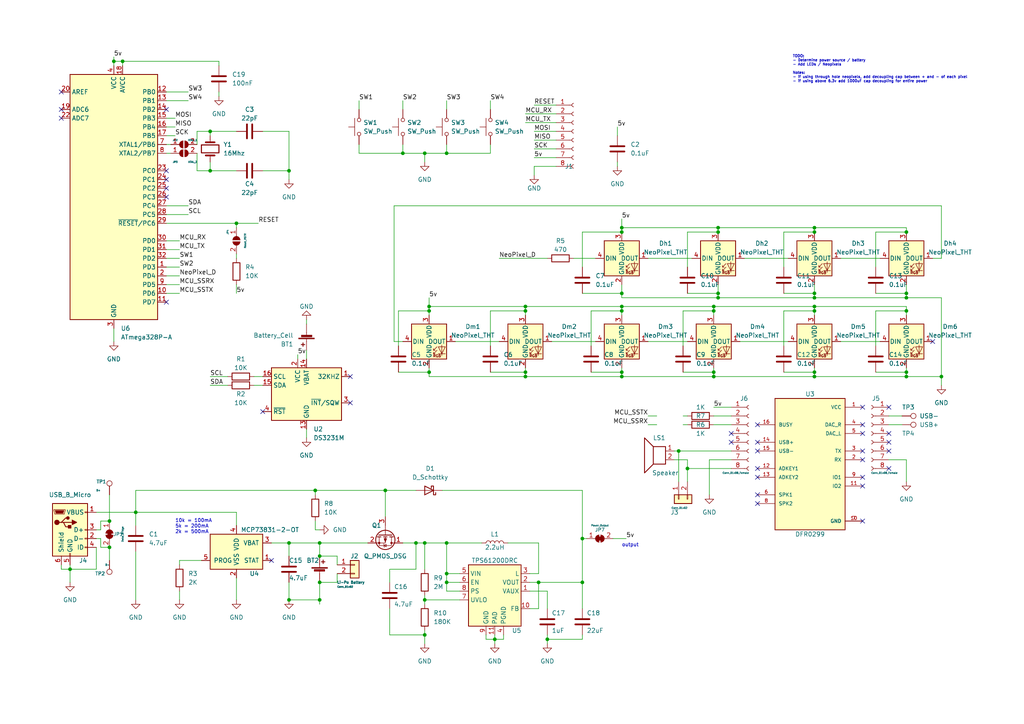
<source format=kicad_sch>
(kicad_sch (version 20211123) (generator eeschema)
  (paper "A4")
  (title_block (title "JoeyFrank - Pimple Clock Circuit") (date "2022-12-23") (rev "3") (company "DCR"))
  (junction (at 33.02 17.78))
  (junction (at 123.19 184.15))
  (junction (at 273.05 109.22))
  (junction (at 152.4 90.17))
  (junction (at 152.4 109.22))
  (junction (at 196.85 130.81))
  (junction (at 199.39 135.89))
  (junction (at 129.54 157.48))
  (junction (at 124.46 88.9))
  (junction (at 124.46 107.95))
  (junction (at 83.82 157.48))
  (junction (at 92.71 173.99))
  (junction (at 20.32 165.1))
  (junction (at 236.22 67.31))
  (junction (at 236.22 107.95))
  (junction (at 208.28 85.09))
  (junction (at 31.75 158.75))
  (junction (at 180.34 66.04))
  (junction (at 207.01 90.17))
  (junction (at 129.54 44.45))
  (junction (at 123.19 157.48))
  (junction (at 180.34 67.31))
  (junction (at 236.22 88.9))
  (junction (at 180.34 109.22))
  (junction (at 83.82 173.99))
  (junction (at 129.54 168.91))
  (junction (at 116.84 44.45))
  (junction (at 92.71 157.48))
  (junction (at 120.65 157.48))
  (junction (at 208.28 66.04))
  (junction (at 68.58 64.77))
  (junction (at 123.19 173.99))
  (junction (at 208.28 67.31))
  (junction (at 143.51 185.42))
  (junction (at 262.89 86.36))
  (junction (at 31.75 151.13))
  (junction (at 83.82 49.53))
  (junction (at 207.01 109.22))
  (junction (at 262.89 109.22))
  (junction (at 92.71 168.91))
  (junction (at 180.34 90.17))
  (junction (at 168.91 156.21))
  (junction (at 207.01 88.9))
  (junction (at 152.4 88.9))
  (junction (at 92.71 161.29))
  (junction (at 129.54 166.37))
  (junction (at 111.76 142.24))
  (junction (at 262.89 67.31))
  (junction (at 262.89 90.17))
  (junction (at 180.34 88.9))
  (junction (at 91.44 142.24))
  (junction (at 39.37 148.59))
  (junction (at 156.21 168.91))
  (junction (at 60.96 49.53))
  (junction (at 158.75 185.42))
  (junction (at 236.22 66.04))
  (junction (at 168.91 168.91))
  (junction (at 236.22 86.36))
  (junction (at 207.01 107.95))
  (junction (at 123.19 44.45))
  (junction (at 180.34 107.95))
  (junction (at 35.56 17.78))
  (junction (at 236.22 109.22))
  (junction (at 262.89 85.09))
  (junction (at 236.22 85.09))
  (junction (at 152.4 107.95))
  (junction (at 180.34 85.09))
  (junction (at 60.96 38.1))
  (junction (at 236.22 90.17))
  (junction (at 208.28 86.36))
  (junction (at 124.46 90.17))
  (junction (at 262.89 107.95))
  (no_connect (at 212.09 128.27))
  (no_connect (at 76.2 119.38))
  (no_connect (at 219.71 143.51))
  (no_connect (at 219.71 146.05))
  (no_connect (at 212.09 125.73))
  (no_connect (at 250.19 125.73))
  (no_connect (at 250.19 140.97))
  (no_connect (at 48.26 49.53))
  (no_connect (at 17.78 31.75))
  (no_connect (at 270.51 99.06))
  (no_connect (at 48.26 87.63))
  (no_connect (at 219.71 130.81))
  (no_connect (at 219.71 135.89))
  (no_connect (at 48.26 52.07))
  (no_connect (at 219.71 128.27))
  (no_connect (at 48.26 54.61))
  (no_connect (at 219.71 138.43))
  (no_connect (at 257.81 125.73))
  (no_connect (at 257.81 118.11))
  (no_connect (at 250.19 151.13))
  (no_connect (at 101.6 109.22))
  (no_connect (at 78.74 162.56))
  (no_connect (at 17.78 34.29))
  (no_connect (at 257.81 128.27))
  (no_connect (at 250.19 118.11))
  (no_connect (at 219.71 123.19))
  (no_connect (at 101.6 116.84))
  (no_connect (at 257.81 135.89))
  (no_connect (at 48.26 57.15))
  (no_connect (at 250.19 130.81))
  (no_connect (at 250.19 133.35))
  (no_connect (at 48.26 31.75))
  (no_connect (at 257.81 130.81))
  (no_connect (at 17.78 26.67))
  (no_connect (at 250.19 138.43))
  (no_connect (at 250.19 123.19))
  (wire (pts (xy 187.96 120.65) (xy 190.5 120.65)))
  (wire (pts (xy 147.32 157.48) (xy 156.21 157.48)))
  (wire (pts (xy 123.19 172.72) (xy 123.19 173.99)))
  (wire (pts (xy 262.89 133.35) (xy 262.89 139.7)))
  (wire (pts (xy 60.96 49.53) (xy 60.96 46.99)))
  (wire (pts (xy 156.21 168.91) (xy 168.91 168.91)))
  (wire (pts (xy 273.05 59.69) (xy 114.3 59.69)))
  (wire (pts (xy 160.02 99.06) (xy 172.72 99.06)))
  (wire (pts (xy 180.34 82.55) (xy 180.34 85.09)))
  (wire (pts (xy 48.26 85.09) (xy 52.07 85.09)))
  (wire (pts (xy 143.51 185.42) (xy 143.51 186.69)))
  (wire (pts (xy 215.9 74.93) (xy 228.6 74.93)))
  (wire (pts (xy 48.26 77.47) (xy 52.07 77.47)))
  (wire (pts (xy 113.03 168.91) (xy 113.03 165.1)))
  (wire (pts (xy 166.37 74.93) (xy 172.72 74.93)))
  (wire (pts (xy 116.84 44.45) (xy 123.19 44.45)))
  (wire (pts (xy 262.89 85.09) (xy 262.89 86.36)))
  (wire (pts (xy 142.24 107.95) (xy 152.4 107.95)))
  (wire (pts (xy 48.26 80.01) (xy 52.07 80.01)))
  (wire (pts (xy 68.58 167.64) (xy 68.58 173.99)))
  (wire (pts (xy 29.21 153.67) (xy 29.21 151.13)))
  (wire (pts (xy 133.35 171.45) (xy 129.54 171.45)))
  (wire (pts (xy 236.22 82.55) (xy 236.22 85.09)))
  (wire (pts (xy 152.4 88.9) (xy 180.34 88.9)))
  (wire (pts (xy 154.94 43.18) (xy 161.29 43.18)))
  (wire (pts (xy 207.01 109.22) (xy 236.22 109.22)))
  (wire (pts (xy 212.09 118.11) (xy 207.01 118.11)))
  (wire (pts (xy 198.12 90.17) (xy 207.01 90.17)))
  (wire (pts (xy 92.71 157.48) (xy 106.68 157.48)))
  (wire (pts (xy 104.14 29.21) (xy 104.14 31.75)))
  (wire (pts (xy 254 100.33) (xy 254 90.17)))
  (wire (pts (xy 199.39 85.09) (xy 208.28 85.09)))
  (wire (pts (xy 168.91 184.15) (xy 168.91 185.42)))
  (wire (pts (xy 236.22 106.68) (xy 236.22 107.95)))
  (wire (pts (xy 146.05 184.15) (xy 146.05 185.42)))
  (wire (pts (xy 227.33 77.47) (xy 227.33 67.31)))
  (wire (pts (xy 254 85.09) (xy 262.89 85.09)))
  (wire (pts (xy 20.32 163.83) (xy 20.32 165.1)))
  (wire (pts (xy 63.5 26.67) (xy 63.5 27.94)))
  (wire (pts (xy 179.07 36.83) (xy 179.07 39.37)))
  (wire (pts (xy 227.33 85.09) (xy 236.22 85.09)))
  (wire (pts (xy 115.57 90.17) (xy 124.46 90.17)))
  (wire (pts (xy 48.26 62.23) (xy 54.61 62.23)))
  (wire (pts (xy 27.94 153.67) (xy 29.21 153.67)))
  (wire (pts (xy 142.24 90.17) (xy 152.4 90.17)))
  (wire (pts (xy 142.24 100.33) (xy 142.24 90.17)))
  (wire (pts (xy 180.34 63.5) (xy 180.34 66.04)))
  (wire (pts (xy 243.84 99.06) (xy 255.27 99.06)))
  (wire (pts (xy 180.34 66.04) (xy 180.34 67.31)))
  (wire (pts (xy 168.91 77.47) (xy 168.91 67.31)))
  (wire (pts (xy 199.39 135.89) (xy 199.39 139.7)))
  (wire (pts (xy 88.9 124.46) (xy 88.9 127)))
  (wire (pts (xy 68.58 148.59) (xy 68.58 152.4)))
  (wire (pts (xy 57.15 49.53) (xy 60.96 49.53)))
  (wire (pts (xy 116.84 29.21) (xy 116.84 31.75)))
  (wire (pts (xy 154.94 38.1) (xy 161.29 38.1)))
  (wire (pts (xy 156.21 166.37) (xy 153.67 166.37)))
  (wire (pts (xy 208.28 82.55) (xy 208.28 85.09)))
  (wire (pts (xy 20.32 165.1) (xy 20.32 168.91)))
  (wire (pts (xy 132.08 99.06) (xy 144.78 99.06)))
  (wire (pts (xy 243.84 74.93) (xy 255.27 74.93)))
  (wire (pts (xy 33.02 17.78) (xy 35.56 17.78)))
  (wire (pts (xy 171.45 107.95) (xy 180.34 107.95)))
  (wire (pts (xy 156.21 176.53) (xy 156.21 168.91)))
  (wire (pts (xy 262.89 91.44) (xy 262.89 90.17)))
  (wire (pts (xy 124.46 88.9) (xy 124.46 90.17)))
  (wire (pts (xy 129.54 157.48) (xy 139.7 157.48)))
  (wire (pts (xy 207.01 91.44) (xy 207.01 90.17)))
  (wire (pts (xy 78.74 157.48) (xy 83.82 157.48)))
  (wire (pts (xy 27.94 158.75) (xy 27.94 165.1)))
  (wire (pts (xy 208.28 67.31) (xy 208.28 66.04)))
  (wire (pts (xy 262.89 109.22) (xy 273.05 109.22)))
  (wire (pts (xy 104.14 41.91) (xy 104.14 44.45)))
  (wire (pts (xy 212.09 120.65) (xy 207.01 120.65)))
  (wire (pts (xy 142.24 41.91) (xy 142.24 44.45)))
  (wire (pts (xy 97.79 166.37) (xy 97.79 168.91)))
  (wire (pts (xy 262.89 107.95) (xy 262.89 109.22)))
  (wire (pts (xy 236.22 86.36) (xy 262.89 86.36)))
  (wire (pts (xy 111.76 142.24) (xy 120.65 142.24)))
  (wire (pts (xy 198.12 123.19) (xy 199.39 123.19)))
  (wire (pts (xy 33.02 16.51) (xy 33.02 17.78)))
  (wire (pts (xy 48.26 69.85) (xy 52.07 69.85)))
  (wire (pts (xy 198.12 120.65) (xy 199.39 120.65)))
  (wire (pts (xy 168.91 156.21) (xy 168.91 168.91)))
  (wire (pts (xy 212.09 133.35) (xy 205.74 133.35)))
  (wire (pts (xy 207.01 90.17) (xy 207.01 88.9)))
  (wire (pts (xy 31.75 158.75) (xy 29.21 158.75)))
  (wire (pts (xy 48.26 74.93) (xy 52.07 74.93)))
  (wire (pts (xy 83.82 168.91) (xy 83.82 173.99)))
  (wire (pts (xy 123.19 173.99) (xy 133.35 173.99)))
  (wire (pts (xy 123.19 44.45) (xy 129.54 44.45)))
  (wire (pts (xy 187.96 99.06) (xy 199.39 99.06)))
  (wire (pts (xy 124.46 109.22) (xy 152.4 109.22)))
  (wire (pts (xy 48.26 72.39) (xy 52.07 72.39)))
  (wire (pts (xy 168.91 85.09) (xy 180.34 85.09)))
  (wire (pts (xy 207.01 88.9) (xy 236.22 88.9)))
  (wire (pts (xy 116.84 157.48) (xy 120.65 157.48)))
  (wire (pts (xy 91.44 153.67) (xy 91.44 151.13)))
  (wire (pts (xy 27.94 148.59) (xy 39.37 148.59)))
  (wire (pts (xy 48.26 41.91) (xy 49.53 41.91)))
  (wire (pts (xy 195.58 133.35) (xy 199.39 133.35)))
  (wire (pts (xy 92.71 173.99) (xy 83.82 173.99)))
  (wire (pts (xy 91.44 142.24) (xy 39.37 142.24)))
  (wire (pts (xy 33.02 95.25) (xy 33.02 99.06)))
  (wire (pts (xy 168.91 156.21) (xy 170.18 156.21)))
  (wire (pts (xy 152.4 91.44) (xy 152.4 90.17)))
  (wire (pts (xy 152.4 90.17) (xy 152.4 88.9)))
  (wire (pts (xy 196.85 130.81) (xy 196.85 139.7)))
  (wire (pts (xy 92.71 157.48) (xy 83.82 157.48)))
  (wire (pts (xy 236.22 109.22) (xy 262.89 109.22)))
  (wire (pts (xy 199.39 135.89) (xy 212.09 135.89)))
  (wire (pts (xy 196.85 130.81) (xy 212.09 130.81)))
  (wire (pts (xy 199.39 133.35) (xy 199.39 135.89)))
  (wire (pts (xy 180.34 85.09) (xy 180.34 86.36)))
  (wire (pts (xy 212.09 123.19) (xy 207.01 123.19)))
  (wire (pts (xy 123.19 184.15) (xy 123.19 186.69)))
  (wire (pts (xy 114.3 99.06) (xy 116.84 99.06)))
  (wire (pts (xy 60.96 38.1) (xy 68.58 38.1)))
  (wire (pts (xy 83.82 38.1) (xy 83.82 49.53)))
  (wire (pts (xy 129.54 171.45) (xy 129.54 168.91)))
  (wire (pts (xy 124.46 106.68) (xy 124.46 107.95)))
  (wire (pts (xy 198.12 100.33) (xy 198.12 90.17)))
  (wire (pts (xy 123.19 157.48) (xy 123.19 165.1)))
  (wire (pts (xy 236.22 90.17) (xy 236.22 88.9)))
  (wire (pts (xy 92.71 157.48) (xy 92.71 161.29)))
  (wire (pts (xy 262.89 90.17) (xy 262.89 88.9)))
  (wire (pts (xy 123.19 182.88) (xy 123.19 184.15)))
  (wire (pts (xy 52.07 162.56) (xy 52.07 163.83)))
  (wire (pts (xy 179.07 46.99) (xy 179.07 48.26)))
  (wire (pts (xy 180.34 106.68) (xy 180.34 107.95)))
  (wire (pts (xy 29.21 156.21) (xy 27.94 156.21)))
  (wire (pts (xy 91.44 142.24) (xy 91.44 143.51)))
  (wire (pts (xy 35.56 17.78) (xy 63.5 17.78)))
  (wire (pts (xy 116.84 41.91) (xy 116.84 44.45)))
  (wire (pts (xy 171.45 90.17) (xy 180.34 90.17)))
  (wire (pts (xy 60.96 109.22) (xy 66.04 109.22)))
  (wire (pts (xy 114.3 59.69) (xy 114.3 99.06)))
  (wire (pts (xy 180.34 107.95) (xy 180.34 109.22)))
  (wire (pts (xy 73.66 111.76) (xy 76.2 111.76)))
  (wire (pts (xy 48.26 44.45) (xy 49.53 44.45)))
  (wire (pts (xy 48.26 36.83) (xy 50.8 36.83)))
  (wire (pts (xy 158.75 185.42) (xy 158.75 186.69)))
  (wire (pts (xy 227.33 90.17) (xy 236.22 90.17)))
  (wire (pts (xy 129.54 168.91) (xy 133.35 168.91)))
  (wire (pts (xy 97.79 168.91) (xy 92.71 168.91)))
  (wire (pts (xy 227.33 67.31) (xy 236.22 67.31)))
  (wire (pts (xy 142.24 29.21) (xy 142.24 31.75)))
  (wire (pts (xy 236.22 107.95) (xy 236.22 109.22)))
  (wire (pts (xy 180.34 90.17) (xy 180.34 91.44)))
  (wire (pts (xy 168.91 67.31) (xy 180.34 67.31)))
  (wire (pts (xy 39.37 148.59) (xy 39.37 152.4)))
  (wire (pts (xy 83.82 49.53) (xy 83.82 52.07)))
  (wire (pts (xy 129.54 29.21) (xy 129.54 31.75)))
  (wire (pts (xy 35.56 19.05) (xy 35.56 17.78)))
  (wire (pts (xy 60.96 39.37) (xy 60.96 38.1)))
  (wire (pts (xy 111.76 149.86) (xy 111.76 142.24)))
  (wire (pts (xy 227.33 100.33) (xy 227.33 90.17)))
  (wire (pts (xy 152.4 107.95) (xy 152.4 109.22)))
  (wire (pts (xy 168.91 168.91) (xy 168.91 176.53)))
  (wire (pts (xy 33.02 17.78) (xy 33.02 19.05)))
  (wire (pts (xy 57.15 41.91) (xy 57.15 38.1)))
  (wire (pts (xy 152.4 106.68) (xy 152.4 107.95)))
  (wire (pts (xy 208.28 86.36) (xy 236.22 86.36)))
  (wire (pts (xy 254 77.47) (xy 254 67.31)))
  (wire (pts (xy 123.19 157.48) (xy 129.54 157.48)))
  (wire (pts (xy 273.05 74.93) (xy 273.05 59.69)))
  (wire (pts (xy 48.26 82.55) (xy 52.07 82.55)))
  (wire (pts (xy 180.34 88.9) (xy 207.01 88.9)))
  (wire (pts (xy 236.22 66.04) (xy 208.28 66.04)))
  (wire (pts (xy 86.36 102.87) (xy 86.36 104.14)))
  (wire (pts (xy 29.21 158.75) (xy 29.21 156.21)))
  (wire (pts (xy 73.66 109.22) (xy 76.2 109.22)))
  (wire (pts (xy 270.51 74.93) (xy 273.05 74.93)))
  (wire (pts (xy 236.22 85.09) (xy 236.22 86.36)))
  (wire (pts (xy 144.78 74.93) (xy 158.75 74.93)))
  (wire (pts (xy 60.96 49.53) (xy 68.58 49.53)))
  (wire (pts (xy 123.19 44.45) (xy 123.19 46.99)))
  (wire (pts (xy 39.37 160.02) (xy 39.37 173.99)))
  (wire (pts (xy 208.28 66.04) (xy 180.34 66.04)))
  (wire (pts (xy 158.75 184.15) (xy 158.75 185.42)))
  (wire (pts (xy 39.37 148.59) (xy 68.58 148.59)))
  (wire (pts (xy 124.46 86.36) (xy 124.46 88.9)))
  (wire (pts (xy 154.94 48.26) (xy 154.94 50.8)))
  (wire (pts (xy 120.65 165.1) (xy 120.65 157.48)))
  (wire (pts (xy 262.89 66.04) (xy 236.22 66.04)))
  (wire (pts (xy 208.28 85.09) (xy 208.28 86.36)))
  (wire (pts (xy 153.67 168.91) (xy 156.21 168.91)))
  (wire (pts (xy 129.54 168.91) (xy 129.54 166.37)))
  (wire (pts (xy 152.4 88.9) (xy 124.46 88.9)))
  (wire (pts (xy 31.75 143.51) (xy 31.75 151.13)))
  (wire (pts (xy 152.4 109.22) (xy 180.34 109.22)))
  (wire (pts (xy 254 67.31) (xy 262.89 67.31)))
  (wire (pts (xy 207.01 106.68) (xy 207.01 107.95)))
  (wire (pts (xy 180.34 88.9) (xy 180.34 90.17)))
  (wire (pts (xy 31.75 158.75) (xy 31.75 162.56)))
  (wire (pts (xy 205.74 133.35) (xy 205.74 143.51)))
  (wire (pts (xy 262.89 86.36) (xy 273.05 86.36)))
  (wire (pts (xy 52.07 171.45) (xy 52.07 173.99)))
  (wire (pts (xy 68.58 82.55) (xy 68.58 85.09)))
  (wire (pts (xy 92.71 173.99) (xy 92.71 175.26)))
  (wire (pts (xy 129.54 44.45) (xy 142.24 44.45)))
  (wire (pts (xy 39.37 142.24) (xy 39.37 148.59)))
  (wire (pts (xy 48.26 64.77) (xy 68.58 64.77)))
  (wire (pts (xy 129.54 44.45) (xy 129.54 41.91)))
  (wire (pts (xy 273.05 86.36) (xy 273.05 109.22)))
  (wire (pts (xy 262.89 67.31) (xy 262.89 66.04)))
  (wire (pts (xy 115.57 100.33) (xy 115.57 90.17)))
  (wire (pts (xy 154.94 40.64) (xy 161.29 40.64)))
  (wire (pts (xy 68.58 64.77) (xy 68.58 66.04)))
  (wire (pts (xy 153.67 176.53) (xy 156.21 176.53)))
  (wire (pts (xy 158.75 176.53) (xy 158.75 171.45)))
  (wire (pts (xy 195.58 130.81) (xy 196.85 130.81)))
  (wire (pts (xy 140.97 185.42) (xy 140.97 184.15)))
  (wire (pts (xy 199.39 77.47) (xy 199.39 67.31)))
  (wire (pts (xy 57.15 38.1) (xy 60.96 38.1)))
  (wire (pts (xy 76.2 49.53) (xy 83.82 49.53)))
  (wire (pts (xy 97.79 163.83) (xy 97.79 161.29)))
  (wire (pts (xy 187.96 74.93) (xy 200.66 74.93)))
  (wire (pts (xy 48.26 29.21) (xy 54.61 29.21)))
  (wire (pts (xy 158.75 171.45) (xy 153.67 171.45)))
  (wire (pts (xy 161.29 48.26) (xy 154.94 48.26)))
  (wire (pts (xy 113.03 184.15) (xy 123.19 184.15)))
  (wire (pts (xy 198.12 107.95) (xy 207.01 107.95)))
  (wire (pts (xy 262.89 82.55) (xy 262.89 85.09)))
  (wire (pts (xy 113.03 165.1) (xy 120.65 165.1)))
  (wire (pts (xy 236.22 67.31) (xy 236.22 66.04)))
  (wire (pts (xy 48.26 59.69) (xy 54.61 59.69)))
  (wire (pts (xy 17.78 165.1) (xy 20.32 165.1)))
  (wire (pts (xy 199.39 67.31) (xy 208.28 67.31)))
  (wire (pts (xy 128.27 142.24) (xy 168.91 142.24)))
  (wire (pts (xy 152.4 33.02) (xy 161.29 33.02)))
  (wire (pts (xy 60.96 111.76) (xy 66.04 111.76)))
  (wire (pts (xy 254 107.95) (xy 262.89 107.95)))
  (wire (pts (xy 154.94 30.48) (xy 161.29 30.48)))
  (wire (pts (xy 187.96 123.19) (xy 190.5 123.19)))
  (wire (pts (xy 92.71 153.67) (xy 91.44 153.67)))
  (wire (pts (xy 262.89 88.9) (xy 236.22 88.9)))
  (wire (pts (xy 207.01 107.95) (xy 207.01 109.22)))
  (wire (pts (xy 257.81 123.19) (xy 261.62 123.19)))
  (wire (pts (xy 180.34 86.36) (xy 208.28 86.36)))
  (wire (pts (xy 177.8 156.21) (xy 181.61 156.21)))
  (wire (pts (xy 113.03 176.53) (xy 113.03 184.15)))
  (wire (pts (xy 124.46 90.17) (xy 124.46 91.44)))
  (wire (pts (xy 92.71 168.91) (xy 92.71 173.99)))
  (wire (pts (xy 120.65 157.48) (xy 123.19 157.48)))
  (wire (pts (xy 262.89 106.68) (xy 262.89 107.95)))
  (wire (pts (xy 129.54 166.37) (xy 129.54 157.48)))
  (wire (pts (xy 27.94 165.1) (xy 20.32 165.1)))
  (wire (pts (xy 129.54 166.37) (xy 133.35 166.37)))
  (wire (pts (xy 115.57 107.95) (xy 124.46 107.95)))
  (wire (pts (xy 88.9 93.98) (xy 88.9 92.71)))
  (wire (pts (xy 48.26 26.67) (xy 54.61 26.67)))
  (wire (pts (xy 88.9 101.6) (xy 88.9 104.14)))
  (wire (pts (xy 156.21 157.48) (xy 156.21 166.37)))
  (wire (pts (xy 152.4 35.56) (xy 161.29 35.56)))
  (wire (pts (xy 97.79 161.29) (xy 92.71 161.29)))
  (wire (pts (xy 227.33 107.95) (xy 236.22 107.95)))
  (wire (pts (xy 214.63 99.06) (xy 228.6 99.06)))
  (wire (pts (xy 58.42 162.56) (xy 52.07 162.56)))
  (wire (pts (xy 257.81 133.35) (xy 262.89 133.35)))
  (wire (pts (xy 254 90.17) (xy 262.89 90.17)))
  (wire (pts (xy 168.91 185.42) (xy 158.75 185.42)))
  (wire (pts (xy 171.45 100.33) (xy 171.45 90.17)))
  (wire (pts (xy 57.15 44.45) (xy 57.15 49.53)))
  (wire (pts (xy 143.51 185.42) (xy 140.97 185.42)))
  (wire (pts (xy 83.82 157.48) (xy 83.82 161.29)))
  (wire (pts (xy 273.05 109.22) (xy 273.05 111.76)))
  (wire (pts (xy 68.58 73.66) (xy 68.58 74.93)))
  (wire (pts (xy 146.05 185.42) (xy 143.51 185.42)))
  (wire (pts (xy 154.94 45.72) (xy 161.29 45.72)))
  (wire (pts (xy 48.26 34.29) (xy 50.8 34.29)))
  (wire (pts (xy 124.46 107.95) (xy 124.46 109.22)))
  (wire (pts (xy 143.51 184.15) (xy 143.51 185.42)))
  (wire (pts (xy 104.14 44.45) (xy 116.84 44.45)))
  (wire (pts (xy 168.91 142.24) (xy 168.91 156.21)))
  (wire (pts (xy 63.5 17.78) (xy 63.5 19.05)))
  (wire (pts (xy 236.22 91.44) (xy 236.22 90.17)))
  (wire (pts (xy 180.34 109.22) (xy 207.01 109.22)))
  (wire (pts (xy 111.76 142.24) (xy 91.44 142.24)))
  (wire (pts (xy 257.81 120.65) (xy 261.62 120.65)))
  (wire (pts (xy 68.58 64.77) (xy 74.93 64.77)))
  (wire (pts (xy 76.2 38.1) (xy 83.82 38.1)))
  (wire (pts (xy 17.78 163.83) (xy 17.78 165.1)))
  (wire (pts (xy 123.19 173.99) (xy 123.19 175.26)))
  (wire (pts (xy 29.21 151.13) (xy 31.75 151.13)))
  (wire (pts (xy 48.26 39.37) (xy 50.8 39.37)))
  (text "10k = 100mA\n5k = 200mA\n2k = 500mA" (at 50.8 154.94 0) (effects (font (size 1 1)) (justify left bottom)))
  (text "TODO: \n- Determine power source / battery\n- Add LEDs / Neopixels\n\nNotes:\n- if using through hole neopixels, add decoupling cap between + and - of each pixel\n- if using above 6.3v add 1000uF cap decoupling for entire power" (at 229.87 24.13 0) (effects (font (size 0.75 0.75)) (justify left bottom)))
  (text "output" (at 180.34 158.75 0) (effects (font (size 1 1)) (justify left bottom)))
  (label "MCU_SSRX" (at 187.96 123.19 180))
  (label "SW4" (at 54.61 29.21 0))
  (label "MISO" (at 154.94 40.64 0))
  (label "SDA" (at 60.96 111.76 0))
  (label "RESET" (at 154.94 30.48 0))
  (label "MISO" (at 50.8 36.83 0))
  (label "MCU_SSTX" (at 187.96 120.65 180))
  (label "SW2" (at 52.07 77.47 0))
  (label "SCK" (at 154.94 43.18 0))
  (label "SW4" (at 142.24 29.21 0))
  (label "SW3" (at 54.61 26.67 0))
  (label "SCL" (at 54.61 62.23 0))
  (label "MCU_SSTX" (at 52.07 85.09 0))
  (label "5v" (at 33.02 16.51 0))
  (label "MOSI" (at 154.94 38.1 0))
  (label "5v" (at 86.36 102.87 0))
  (label "SW3" (at 129.54 29.21 0))
  (label "MOSI" (at 50.8 34.29 0))
  (label "5v" (at 124.46 86.36 0))
  (label "5v" (at 180.34 63.5 0))
  (label "MCU_TX" (at 52.07 72.39 0))
  (label "RESET" (at 74.93 64.77 0))
  (label "MCU_RX" (at 52.07 69.85 0))
  (label "NeoPixel_D" (at 144.78 74.93 0))
  (label "NeoPixel_D" (at 52.07 80.01 0))
  (label "MCU_TX" (at 152.4 35.56 0))
  (label "5v" (at 179.07 36.83 0))
  (label "SCL" (at 60.96 109.22 0))
  (label "SW2" (at 116.84 29.21 0))
  (label "MCU_SSRX" (at 52.07 82.55 0))
  (label "5v" (at 68.58 85.09 0))
  (label "5v" (at 207.01 118.11 0))
  (label "SW1" (at 104.14 29.21 0))
  (label "5v" (at 181.61 156.21 0))
  (label "SDA" (at 54.61 59.69 0))
  (label "MCU_RX" (at 152.4 33.02 0))
  (label "SCK" (at 50.8 39.37 0))
  (label "SW1" (at 52.07 74.93 0))
  (label "5v" (at 154.94 45.72 0))
  (symbol (lib_id "Switch:SW_Push") (at 129.54 36.83 90) (unit 1)
    (property "Reference" "SW3" (at 130.81 35.5599 90) (effects (justify right)))
    (property "Value" "SW_Push" (at 130.81 38.0999 90) (effects (justify right)))
    (property "Footprint" "Button_Switch_THT:SW_PUSH_6mm_H5mm" (effects hide))
  )
  (symbol (lib_id "Connector_Generic:Conn_01x02") (at 196.85 144.78 90) (mirror x) (unit 1)
    (property "Reference" "J3" (at 196.85 148.59 90) (effects (justify left)))
    (property "Value" "Conn_01x02" (at 199.39 147.32 90) (effects (font (size 0.5 0.5)) (justify left)))
    (property "Footprint" "TestPoint:TestPoint_2Pads_Pitch2.54mm_Drill0.8mm" (effects hide))
  )
  (symbol (lib_id "Jumper:SolderJumper_2_Bridged") (at 173.99 156.21 0) (unit 1)
    (property "Reference" "JP7" (at 173.99 153.67 0) (effects (font (size 1 1))))
    (property "Value" "Power_Output" (at 173.99 152.4 0) (effects (font (size 0.5 0.5))))
    (property "Footprint" "Jumper:SolderJumper-2_P1.3mm_Bridged_Pad1.0x1.5mm" (effects hide))
  )
  (symbol (lib_id "Connector:TestPoint") (at 31.75 143.51 0) (unit 1)
    (property "Reference" "TP1" (at 27.94 139.7 0) (effects (font (size 1 1)) (justify left)))
    (property "Value" "D+" (at 27.94 142.24 0) (effects (font (size 0.5 0.5)) (justify left)))
    (property "Footprint" "TestPoint:TestPoint_THTPad_2.5x2.5mm_Drill1.2mm" (effects hide))
  )
  (symbol (lib_id "Device:R") (at 123.19 168.91 0) (unit 1)
    (property "Reference" "R9" (at 125.73 167.6399 0) (effects (justify left)))
    (property "Value" "2M" (at 125.73 170.1799 0) (effects (justify left)))
    (property "Footprint" "Resistor_SMD:R_0805_2012Metric" (effects hide))
  )
  (symbol (lib_id "Connector:USB_B_Micro") (at 20.32 153.67 0) (unit 1)
    (property "Reference" "J4" (at 24.13 162.56 0))
    (property "Value" "USB_B_Micro" (at 20.32 143.51 0))
    (property "Footprint" "Connector_USB:USB_Micro-B_Molex-105017-0001" (effects hide))
  )
  (symbol (lib_id "Battery_Management:MCP73831-2-OT") (at 68.58 160.02 0) (unit 1)
    (property "Reference" "U4" (at 72.39 166.37 0) (effects (justify left)))
    (property "Value" "MCP73831-2-OT" (at 69.85 153.67 0) (effects (justify left)))
    (property "Footprint" "Package_TO_SOT_SMD:SOT-23-5" (effects hide))
    (property "Datasheet" "http://ww1.microchip.com/downloads/en/DeviceDoc/20001984g.pdf" (effects hide))
  )
  (symbol (lib_id "Device:C") (at 254 104.14 0) (unit 1)
    (property "Reference" "C14" (at 257.81 102.8699 0) (effects (justify left)))
    (property "Value" "0.1uF" (at 257.81 105.4099 0) (effects (justify left)))
    (property "Footprint" "Capacitor_SMD:C_0805_2012Metric" (effects hide))
  )
  (symbol (lib_id "LED:NeoPixel_THT") (at 152.4 99.06 0) (unit 1)
    (property "Reference" "Dm2" (at 165.1 94.7293 0))
    (property "Value" "NeoPixel_THT" (at 165.1 97.2693 0))
    (property "Footprint" "LED_THT:LED_D5.0mm-4_RGB" (effects hide))
    (property "Datasheet" "https://www.adafruit.com/product/1938" (effects hide))
  )
  (symbol (lib_id "Device:R") (at 203.2 123.19 270) (mirror x) (unit 1)
    (property "Reference" "R6" (at 203.2 123.19 90))
    (property "Value" "1K" (at 203.2 125.73 90))
    (property "Footprint" "Resistor_SMD:R_0805_2012Metric" (effects hide))
  )
  (symbol (lib_id "power:GND") (at 92.71 153.67 90) (unit 1)
    (property "Reference" "#PWR016" (effects hide))
    (property "Value" "GND" (at 96.52 153.6699 90) (effects (justify right)))
  )
  (symbol (lib_id "Device:C") (at 254 81.28 0) (unit 1)
    (property "Reference" "C13" (at 257.81 80.0099 0) (effects (justify left)))
    (property "Value" "0.1uF" (at 257.81 82.5499 0) (effects (justify left)))
    (property "Footprint" "Capacitor_SMD:C_0805_2012Metric" (effects hide))
  )
  (symbol (lib_id "power:GND") (at 158.75 186.69 0) (unit 1)
    (property "Reference" "#PWR019" (effects hide))
    (property "Value" "GND" (at 158.75 191.77 0))
  )
  (symbol (lib_id "Switch:SW_Push") (at 116.84 36.83 90) (unit 1)
    (property "Reference" "SW2" (at 118.11 35.5599 90) (effects (justify right)))
    (property "Value" "SW_Push" (at 118.11 38.0999 90) (effects (justify right)))
    (property "Footprint" "Button_Switch_THT:SW_PUSH_6mm_H5mm" (effects hide))
  )
  (symbol (lib_id "Device:R") (at 69.85 109.22 90) (unit 1)
    (property "Reference" "R1" (at 69.85 104.14 90))
    (property "Value" "10K" (at 69.85 106.68 90))
    (property "Footprint" "Resistor_SMD:R_0805_2012Metric" (effects hide))
  )
  (symbol (lib_id "power:GND") (at 83.82 173.99 0) (unit 1)
    (property "Reference" "#PWR015" (effects hide))
    (property "Value" "GND" (at 83.82 179.07 0))
  )
  (symbol (lib_id "Device:C") (at 199.39 81.28 0) (unit 1)
    (property "Reference" "C10" (at 203.2 80.0099 0) (effects (justify left)))
    (property "Value" "0.1uF" (at 203.2 82.5499 0) (effects (justify left)))
    (property "Footprint" "Capacitor_SMD:C_0805_2012Metric" (effects hide))
  )
  (symbol (lib_id "LED:NeoPixel_THT") (at 124.46 99.06 0) (unit 1)
    (property "Reference" "Dm1" (at 137.16 94.7293 0))
    (property "Value" "NeoPixel_THT" (at 137.16 97.2693 0))
    (property "Footprint" "LED_THT:LED_D5.0mm-4_RGB" (effects hide))
    (property "Datasheet" "https://www.adafruit.com/product/1938" (effects hide))
  )
  (symbol (lib_id "LED:NeoPixel_THT") (at 236.22 74.93 0) (unit 1)
    (property "Reference" "Dh3" (at 248.92 70.5993 0))
    (property "Value" "NeoPixel_THT" (at 248.92 73.1393 0))
    (property "Footprint" "LED_THT:LED_D5.0mm-4_RGB" (effects hide))
    (property "Datasheet" "https://www.adafruit.com/product/1938" (effects hide))
  )
  (symbol (lib_id "Connector_Generic:Conn_01x02") (at 102.87 163.83 0) (unit 1)
    (property "Reference" "J2" (at 101.6 161.29 0) (effects (justify left)))
    (property "Value" "Conn_01x02" (at 97.79 170.18 0) (effects (font (size 0.5 0.5)) (justify left)))
    (property "Footprint" "Connector_JST:JST_PH_S2B-PH-K_1x02_P2.00mm_Horizontal" (effects hide))
  )
  (symbol (lib_id "Device:C") (at 168.91 81.28 0) (unit 1)
    (property "Reference" "C7" (at 172.72 80.0099 0) (effects (justify left)))
    (property "Value" "0.1uF" (at 172.72 82.5499 0) (effects (justify left)))
    (property "Footprint" "Capacitor_SMD:C_0805_2012Metric" (effects hide))
  )
  (symbol (lib_id "Connector:Conn_01x08_Female") (at 217.17 125.73 0) (unit 1)
    (property "Reference" "J6" (at 214.63 115.57 0) (effects (justify left)))
    (property "Value" "Conn_01x08_Female" (at 209.55 137.16 0) (effects (font (size 0.5 0.5)) (justify left)))
    (property "Footprint" "Connector_PinHeader_2.54mm:PinHeader_1x08_P2.54mm_Vertical" (effects hide))
  )
  (symbol (lib_id "Device:R") (at 203.2 120.65 270) (mirror x) (unit 1)
    (property "Reference" "R7" (at 203.2 120.65 90))
    (property "Value" "1K" (at 203.2 118.11 90))
    (property "Footprint" "Resistor_SMD:R_0805_2012Metric" (effects hide))
  )
  (symbol (lib_id "Jumper:SolderJumper_2_Bridged") (at 31.75 154.94 270) (unit 1)
    (property "Reference" "JP1" (at 34.29 154.94 90) (effects (font (size 1 1))))
    (property "Value" "Data_Bridge" (at 35.56 154.94 0) (effects (font (size 0.5 0.5))))
    (property "Footprint" "Jumper:SolderJumper-2_P1.3mm_Bridged_Pad1.0x1.5mm" (effects hide))
  )
  (symbol (lib_id "Switch:SW_Push") (at 104.14 36.83 90) (unit 1)
    (property "Reference" "SW1" (at 105.41 35.5599 90) (effects (justify right)))
    (property "Value" "SW_Push" (at 105.41 38.0999 90) (effects (justify right)))
    (property "Footprint" "Button_Switch_THT:SW_PUSH_6mm_H5mm" (effects hide))
  )
  (symbol (lib_id "Device:C") (at 179.07 43.18 0) (unit 1)
    (property "Reference" "C2" (at 182.88 41.9099 0) (effects (justify left)))
    (property "Value" "0.1uF" (at 182.88 44.4499 0) (effects (justify left)))
    (property "Footprint" "Capacitor_SMD:C_0805_2012Metric" (effects hide))
  )
  (symbol (lib_id "power:GND") (at 20.32 168.91 0) (unit 1)
    (property "Reference" "#PWR012" (effects hide))
    (property "Value" "GND" (at 20.32 173.99 0))
  )
  (symbol (lib_id "Jumper:SolderJumper_2_Open") (at 68.58 69.85 270) (unit 1)
    (property "Reference" "JP4" (at 66.04 67.31 0) (effects (font (size 0.5 0.5))))
    (property "Value" "Reset_RSTR" (at 71.12 69.85 0) (effects (font (size 0.5 0.5))))
    (property "Footprint" "Jumper:SolderJumper-2_P1.3mm_Open_Pad1.0x1.5mm" (effects hide))
  )
  (symbol (lib_id "Device:R") (at 69.85 111.76 90) (unit 1)
    (property "Reference" "R2" (at 69.85 114.3 90))
    (property "Value" "10K" (at 69.85 116.84 90))
    (property "Footprint" "Resistor_SMD:R_0805_2012Metric" (effects hide))
  )
  (symbol (lib_id "Device:C") (at 171.45 104.14 0) (unit 1)
    (property "Reference" "C8" (at 175.26 102.8699 0) (effects (justify left)))
    (property "Value" "0.1uF" (at 175.26 105.4099 0) (effects (justify left)))
    (property "Footprint" "Capacitor_SMD:C_0805_2012Metric" (effects hide))
  )
  (symbol (lib_id "Connector:Conn_01x08_Female") (at 252.73 125.73 0) (mirror y) (unit 1)
    (property "Reference" "J5" (at 255.27 115.57 0) (effects (justify left)))
    (property "Value" "Conn_01x08_Female" (at 260.35 137.16 0) (effects (font (size 0.5 0.5)) (justify left)))
    (property "Footprint" "Connector_PinHeader_2.54mm:PinHeader_1x08_P2.54mm_Vertical" (effects hide))
  )
  (symbol (lib_id "Device:C") (at 115.57 104.14 0) (unit 1)
    (property "Reference" "C5" (at 119.38 102.8699 0) (effects (justify left)))
    (property "Value" "0.1uF" (at 119.38 105.4099 0) (effects (justify left)))
    (property "Footprint" "Capacitor_SMD:C_0805_2012Metric" (effects hide))
  )
  (symbol (lib_id "power:GND") (at 154.94 50.8 0) (unit 1)
    (property "Reference" "#PWR05" (effects hide))
    (property "Value" "GND" (at 154.94 54.61 0))
  )
  (symbol (lib_id "Device:L") (at 143.51 157.48 90) (unit 1)
    (property "Reference" "L1" (at 143.51 154.94 90))
    (property "Value" "2.2uH" (at 143.51 158.75 90))
    (property "Footprint" "Inductor_SMD:L_0603_1608Metric" (effects hide))
  )
  (symbol (lib_id "power:GND") (at 273.05 111.76 0) (unit 1)
    (property "Reference" "#PWR011" (effects hide))
    (property "Value" "GND" (at 273.05 116.84 0))
  )
  (symbol (lib_id "MCU_Microchip_ATmega:ATmega328P-A") (at 33.02 57.15 0) (unit 1)
    (property "Reference" "U6" (at 35.0394 95.25 0) (effects (justify left)))
    (property "Value" "ATmega328P-A" (at 35.0394 97.79 0) (effects (justify left)))
    (property "Footprint" "Package_QFP:TQFP-32_7x7mm_P0.8mm" (effects hide))
    (property "Datasheet" "http://ww1.microchip.com/downloads/en/DeviceDoc/ATmega328_P%20AVR%20MCU%20with%20picoPower%20Technology%20Data%20Sheet%2040001984A.pdf" (effects hide))
  )
  (symbol (lib_id "Device:C") (at 198.12 104.14 0) (unit 1)
    (property "Reference" "C9" (at 201.93 102.8699 0) (effects (justify left)))
    (property "Value" "0.1uF" (at 201.93 105.4099 0) (effects (justify left)))
    (property "Footprint" "Capacitor_SMD:C_0805_2012Metric" (effects hide))
  )
  (symbol (lib_id "Connector:TestPoint") (at 31.75 162.56 180) (unit 1)
    (property "Reference" "TP2" (at 30.48 166.37 0) (effects (font (size 1 1)) (justify left)))
    (property "Value" "D-" (at 31.75 163.83 0) (effects (font (size 0.5 0.5)) (justify left)))
    (property "Footprint" "TestPoint:TestPoint_THTPad_2.5x2.5mm_Drill1.2mm" (effects hide))
  )
  (symbol (lib_id "Connector:TestPoint") (at 261.62 120.65 270) (unit 1)
    (property "Reference" "TP3" (at 261.62 118.11 90) (effects (justify left)))
    (property "Value" "USB-" (at 266.7 120.65 90) (effects (justify left)))
    (property "Footprint" "TestPoint:TestPoint_THTPad_2.5x2.5mm_Drill1.2mm" (effects hide))
  )
  (symbol (lib_id "DFR0299:DFR0299") (at 234.95 133.35 0) (unit 1) (on_board no)
    (property "Reference" "U3" (at 234.95 114.3 0))
    (property "Value" "DFR0299" (at 234.95 154.94 0))
    (property "Footprint" "Arduino_Nano:DFPlayer_V2" (effects hide))
    (property "MP" "DFR0299" (effects hide))
    (property "DESCRIPTION" "Dfplayer - a Mini Mp3 Player" (effects hide))
    (property "PACKAGE" "None" (effects hide))
    (property "PRICE" "None" (effects hide))
    (property "AVAILABILITY" "Unavailable" (effects hide))
    (property "MF" "DFRobot" (effects hide))
  )
  (symbol (lib_id "Device:C") (at 63.5 22.86 180) (unit 1)
    (property "Reference" "C19" (at 67.31 21.5899 0) (effects (justify right)))
    (property "Value" "100nF" (at 67.31 24.1299 0) (effects (justify right)))
    (property "Footprint" "Capacitor_SMD:C_0805_2012Metric" (effects hide))
  )
  (symbol (lib_id "LED:NeoPixel_THT") (at 180.34 74.93 0) (unit 1)
    (property "Reference" "Dh1" (at 193.04 70.5993 0))
    (property "Value" "NeoPixel_THT" (at 193.04 73.1393 0))
    (property "Footprint" "LED_THT:LED_D5.0mm-4_RGB" (effects hide))
    (property "Datasheet" "https://www.adafruit.com/product/1938" (effects hide))
  )
  (symbol (lib_id "Device:D_Schottky") (at 124.46 142.24 180) (unit 1)
    (property "Reference" "D1" (at 124.7775 135.89 0))
    (property "Value" "D_Schottky" (at 124.7775 138.43 0))
    (property "Footprint" "Diode_SMD:D_SMA" (effects hide))
  )
  (symbol (lib_id "LED:NeoPixel_THT") (at 262.89 74.93 0) (unit 1)
    (property "Reference" "Dh4" (at 275.59 70.5993 0))
    (property "Value" "NeoPixel_THT" (at 275.59 73.1393 0))
    (property "Footprint" "LED_THT:LED_D5.0mm-4_RGB" (effects hide))
    (property "Datasheet" "https://www.adafruit.com/product/1938" (effects hide))
  )
  (symbol (lib_id "Device:Speaker") (at 190.5 130.81 0) (mirror y) (unit 1) (on_board no)
    (property "Reference" "LS1" (at 193.04 127 0) (effects (justify left)))
    (property "Value" "Speaker" (at 196.85 137.16 0) (effects (justify left)))
  )
  (symbol (lib_id "power:GND") (at 88.9 92.71 180) (unit 1)
    (property "Reference" "#PWR04" (effects hide))
    (property "Value" "GND" (at 88.9 88.9 0))
  )
  (symbol (lib_id "Connector:Conn_01x08_Female") (at 166.37 38.1 0) (unit 1)
    (property "Reference" "J1" (at 163.83 48.26 0) (effects (justify left)))
    (property "Value" "Conn_01x08_Female" (effects hide))
    (property "Footprint" "Connector_PinHeader_2.54mm:PinHeader_1x08_P2.54mm_Vertical" (effects hide))
  )
  (symbol (lib_id "Device:R") (at 91.44 147.32 0) (unit 1)
    (property "Reference" "R8" (at 93.98 146.0499 0) (effects (justify left)))
    (property "Value" "10K" (at 93.98 148.5899 0) (effects (justify left)))
    (property "Footprint" "Resistor_SMD:R_0805_2012Metric" (effects hide))
  )
  (symbol (lib_id "LED:NeoPixel_THT") (at 236.22 99.06 0) (unit 1)
    (property "Reference" "Dm5" (at 248.92 94.7293 0))
    (property "Value" "NeoPixel_THT" (at 248.92 97.2693 0))
    (property "Footprint" "LED_THT:LED_D5.0mm-4_RGB" (effects hide))
    (property "Datasheet" "https://www.adafruit.com/product/1938" (effects hide))
  )
  (symbol (lib_id "Connector:TestPoint") (at 261.62 123.19 270) (unit 1)
    (property "Reference" "TP4" (at 261.62 125.73 90) (effects (justify left)))
    (property "Value" "USB+" (at 266.7 123.19 90) (effects (justify left)))
    (property "Footprint" "TestPoint:TestPoint_THTPad_2.5x2.5mm_Drill1.2mm" (effects hide))
  )
  (symbol (lib_id "Device:C") (at 72.39 38.1 90) (unit 1)
    (property "Reference" "C3" (at 72.39 31.75 90))
    (property "Value" "22pF" (at 72.39 34.29 90))
    (property "Footprint" "Capacitor_SMD:C_0805_2012Metric" (effects hide))
  )
  (symbol (lib_id "power:GND") (at 143.51 186.69 0) (unit 1)
    (property "Reference" "#PWR018" (effects hide))
    (property "Value" "GND" (at 143.51 191.77 0))
  )
  (symbol (lib_id "Device:C") (at 72.39 49.53 90) (unit 1)
    (property "Reference" "C4" (at 72.39 53.34 90))
    (property "Value" "22pF" (at 72.39 55.88 90))
    (property "Footprint" "Capacitor_SMD:C_0805_2012Metric" (effects hide))
  )
  (symbol (lib_id "power:GND") (at 33.02 99.06 0) (unit 1)
    (property "Reference" "#PWR03" (effects hide))
    (property "Value" "GND" (at 33.02 104.14 0))
  )
  (symbol (lib_id "Device:C") (at 83.82 165.1 0) (unit 1)
    (property "Reference" "C15" (at 83.82 162.56 0) (effects (justify left)))
    (property "Value" "4.7uF" (at 83.82 167.64 0) (effects (justify left)))
    (property "Footprint" "Capacitor_SMD:C_0805_2012Metric" (effects hide))
  )
  (symbol (lib_id "LED:NeoPixel_THT") (at 208.28 74.93 0) (unit 1)
    (property "Reference" "Dh2" (at 220.98 70.5993 0))
    (property "Value" "NeoPixel_THT" (at 220.98 73.1393 0))
    (property "Footprint" "LED_THT:LED_D5.0mm-4_RGB" (effects hide))
    (property "Datasheet" "https://www.adafruit.com/product/1938" (effects hide))
  )
  (symbol (lib_id "Device:R") (at 52.07 167.64 0) (unit 1)
    (property "Reference" "R3" (at 54.61 166.3699 0) (effects (justify left)))
    (property "Value" "2K" (at 54.61 168.9099 0) (effects (justify left)))
    (property "Footprint" "Resistor_SMD:R_0805_2012Metric" (effects hide))
  )
  (symbol (lib_id "Device:C") (at 227.33 104.14 0) (unit 1)
    (property "Reference" "C12" (at 231.14 102.8699 0) (effects (justify left)))
    (property "Value" "0.1uF" (at 231.14 105.4099 0) (effects (justify left)))
    (property "Footprint" "Capacitor_SMD:C_0805_2012Metric" (effects hide))
  )
  (symbol (lib_id "Device:C") (at 39.37 156.21 0) (unit 1)
    (property "Reference" "C1" (at 43.18 154.9399 0) (effects (justify left)))
    (property "Value" "4.7uF" (at 43.18 157.4799 0) (effects (justify left)))
    (property "Footprint" "Capacitor_SMD:C_0805_2012Metric" (effects hide))
  )
  (symbol (lib_id "power:GND") (at 68.58 173.99 0) (unit 1)
    (property "Reference" "#PWR014" (effects hide))
    (property "Value" "GND" (at 68.58 179.07 0))
  )
  (symbol (lib_id "Device:C") (at 142.24 104.14 0) (unit 1)
    (property "Reference" "C6" (at 146.05 102.8699 0) (effects (justify left)))
    (property "Value" "0.1uF" (at 146.05 105.4099 0) (effects (justify left)))
    (property "Footprint" "Capacitor_SMD:C_0805_2012Metric" (effects hide))
  )
  (symbol (lib_id "Jumper:SolderJumper_2_Open") (at 53.34 41.91 0) (unit 1)
    (property "Reference" "JP2" (at 50.8 40.64 0) (effects (font (size 0.5 0.5))))
    (property "Value" "XTAL_1" (at 55.88 40.64 0) (effects (font (size 0.5 0.5))))
    (property "Footprint" "Jumper:SolderJumper-2_P1.3mm_Open_Pad1.0x1.5mm" (effects hide))
  )
  (symbol (lib_id "LED:NeoPixel_THT") (at 262.89 99.06 0) (unit 1)
    (property "Reference" "Dm6" (at 275.59 94.7293 0))
    (property "Value" "NeoPixel_THT" (at 275.59 97.2693 0))
    (property "Footprint" "LED_THT:LED_D5.0mm-4_RGB" (effects hide))
    (property "Datasheet" "https://www.adafruit.com/product/1938" (effects hide))
  )
  (symbol (lib_id "Device:Crystal") (at 60.96 43.18 90) (unit 1)
    (property "Reference" "Y1" (at 64.77 41.9099 90) (effects (justify right)))
    (property "Value" "16Mhz" (at 64.77 44.4499 90) (effects (justify right)))
    (property "Footprint" "Crystal:Crystal_SMD_HC49-SD" (effects hide))
  )
  (symbol (lib_id "power:GND") (at 205.74 143.51 0) (unit 1)
    (property "Reference" "#PWR09" (effects hide))
    (property "Value" "GND" (at 205.74 148.59 0))
  )
  (symbol (lib_id "Device:R") (at 123.19 179.07 0) (unit 1)
    (property "Reference" "R10" (at 125.73 177.7999 0) (effects (justify left)))
    (property "Value" "180K" (at 125.73 180.3399 0) (effects (justify left)))
    (property "Footprint" "Resistor_SMD:R_0805_2012Metric" (effects hide))
  )
  (symbol (lib_id "power:GND") (at 88.9 127 0) (unit 1)
    (property "Reference" "#PWR06" (effects hide))
    (property "Value" "GND" (at 88.9 132.08 0))
  )
  (symbol (lib_id "power:GND") (at 262.89 139.7 0) (unit 1)
    (property "Reference" "#PWR0101" (effects hide))
    (property "Value" "GND" (at 262.89 144.78 0))
  )
  (symbol (lib_id "power:GND") (at 52.07 173.99 0) (unit 1)
    (property "Reference" "#PWR013" (effects hide))
    (property "Value" "GND" (at 52.07 179.07 0))
  )
  (symbol (lib_id "Device:Q_PMOS_DSG") (at 111.76 154.94 270) (unit 1)
    (property "Reference" "Q1" (at 109.22 152.4 90))
    (property "Value" "Q_PMOS_DSG" (at 111.76 161.29 90))
    (property "Footprint" "Package_TO_SOT_SMD:SOT-23" (effects hide))
  )
  (symbol (lib_id "Regulator_Switching:TPS61200DRC") (at 143.51 171.45 0) (unit 1)
    (property "Reference" "U5" (at 149.86 182.88 0))
    (property "Value" "TPS61200DRC" (at 143.51 162.56 0))
    (property "Footprint" "Package_SON:Texas_S-PVSON-N10_ThermalVias" (effects hide))
    (property "Datasheet" "http://www.ti.com/lit/ds/symlink/tps61200.pdf" (effects hide))
  )
  (symbol (lib_id "power:GND") (at 63.5 27.94 0) (unit 1)
    (property "Reference" "#PWR010" (effects hide))
    (property "Value" "GND" (at 63.5 33.02 0))
  )
  (symbol (lib_id "Device:C") (at 158.75 180.34 0) (unit 1)
    (property "Reference" "C17" (at 160.02 177.8 0) (effects (justify left)))
    (property "Value" "1uF" (at 160.02 182.88 0) (effects (justify left)))
    (property "Footprint" "Capacitor_SMD:C_0805_2012Metric" (effects hide))
  )
  (symbol (lib_id "Device:C") (at 168.91 180.34 0) (unit 1)
    (property "Reference" "C18" (at 170.18 177.8 0) (effects (justify left)))
    (property "Value" "22uF" (at 170.18 182.88 0) (effects (justify left)))
    (property "Footprint" "Capacitor_SMD:C_0805_2012Metric" (effects hide))
  )
  (symbol (lib_id "power:GND") (at 123.19 186.69 0) (unit 1)
    (property "Reference" "#PWR017" (effects hide))
    (property "Value" "GND" (at 123.19 191.77 0))
  )
  (symbol (lib_id "LED:NeoPixel_THT") (at 180.34 99.06 0) (unit 1)
    (property "Reference" "Dm3" (at 193.04 94.7293 0))
    (property "Value" "NeoPixel_THT" (at 193.04 97.2693 0))
    (property "Footprint" "LED_THT:LED_D5.0mm-4_RGB" (effects hide))
    (property "Datasheet" "https://www.adafruit.com/product/1938" (effects hide))
  )
  (symbol (lib_id "power:GND") (at 123.19 46.99 0) (unit 1)
    (property "Reference" "#PWR08" (effects hide))
    (property "Value" "GND" (at 123.19 52.07 0))
  )
  (symbol (lib_id "Timer_RTC:DS3231M") (at 88.9 114.3 0) (unit 1)
    (property "Reference" "U2" (at 90.9194 124.46 0) (effects (justify left)))
    (property "Value" "DS3231M" (at 90.9194 127 0) (effects (justify left)))
    (property "Footprint" "Package_SO:SOIC-16W_7.5x10.3mm_P1.27mm" (effects hide))
    (property "Datasheet" "http://datasheets.maximintegrated.com/en/ds/DS3231.pdf" (effects hide))
  )
  (symbol (lib_id "power:GND") (at 83.82 52.07 0) (unit 1)
    (property "Reference" "#PWR07" (effects hide))
    (property "Value" "GND" (at 83.82 57.15 0))
  )
  (symbol (lib_id "Switch:SW_Push") (at 142.24 36.83 90) (unit 1)
    (property "Reference" "SW4" (at 143.51 35.5599 90) (effects (justify right)))
    (property "Value" "SW_Push" (at 143.51 38.0999 90) (effects (justify right)))
    (property "Footprint" "Button_Switch_THT:SW_PUSH_6mm_H5mm" (effects hide))
  )
  (symbol (lib_id "Device:R") (at 68.58 78.74 0) (unit 1)
    (property "Reference" "R4" (at 71.12 77.4699 0) (effects (justify left)))
    (property "Value" "10K" (at 71.12 80.0099 0) (effects (justify left)))
    (property "Footprint" "Resistor_SMD:R_0805_2012Metric" (effects hide))
  )
  (symbol (lib_id "Device:C") (at 227.33 81.28 0) (unit 1)
    (property "Reference" "C11" (at 231.14 80.0099 0) (effects (justify left)))
    (property "Value" "0.1uF" (at 231.14 82.5499 0) (effects (justify left)))
    (property "Footprint" "Capacitor_SMD:C_0805_2012Metric" (effects hide))
  )
  (symbol (lib_id "Device:R") (at 162.56 74.93 90) (unit 1)
    (property "Reference" "R5" (at 162.56 69.85 90))
    (property "Value" "470" (at 162.56 72.39 90))
    (property "Footprint" "Resistor_SMD:R_0805_2012Metric" (effects hide))
  )
  (symbol (lib_id "Device:Battery_Cell") (at 92.71 166.37 0) (unit 1) (on_board no)
    (property "Reference" "BT2" (at 88.9 162.56 0) (effects (justify left)))
    (property "Value" "Li-Po Battery" (at 97.79 168.91 0) (effects (font (size 0.75 0.75)) (justify left)))
  )
  (symbol (lib_id "Device:C") (at 113.03 172.72 0) (unit 1)
    (property "Reference" "C16" (at 114.3 170.18 0) (effects (justify left)))
    (property "Value" "4.7uF" (at 114.3 175.26 0) (effects (justify left)))
    (property "Footprint" "Capacitor_SMD:C_0805_2012Metric" (effects hide))
  )
  (symbol (lib_id "Jumper:SolderJumper_2_Open") (at 53.34 44.45 0) (unit 1)
    (property "Reference" "JP3" (at 50.8 46.99 0) (effects (font (size 0.5 0.5))))
    (property "Value" "XTAL_2" (at 55.88 46.99 0) (effects (font (size 0.5 0.5))))
    (property "Footprint" "Jumper:SolderJumper-2_P1.3mm_Open_Pad1.0x1.5mm" (effects hide))
  )
  (symbol (lib_id "LED:NeoPixel_THT") (at 207.01 99.06 0) (unit 1)
    (property "Reference" "Dm4" (at 219.71 94.7293 0))
    (property "Value" "NeoPixel_THT" (at 219.71 97.2693 0))
    (property "Footprint" "LED_THT:LED_D5.0mm-4_RGB" (effects hide))
    (property "Datasheet" "https://www.adafruit.com/product/1938" (effects hide))
  )
  (symbol (lib_id "power:GND") (at 179.07 48.26 0) (unit 1)
    (property "Reference" "#PWR02" (effects hide))
    (property "Value" "GND" (at 179.07 53.34 0))
  )
  (symbol (lib_id "Device:Battery_Cell") (at 88.9 96.52 180) (unit 1)
    (property "Reference" "BT1" (at 85.09 99.8221 0) (effects (justify left)))
    (property "Value" "Battery_Cell" (at 85.09 97.2821 0) (effects (justify left)))
    (property "Footprint" "Battery:BatteryHolder_Keystone_1060_1x2032" (effects hide))
  )
  (symbol (lib_id "power:GND") (at 39.37 173.99 0) (unit 1)
    (property "Reference" "#PWR01" (effects hide))
    (property "Value" "GND" (at 39.37 179.07 0))
  )
)
</source>
